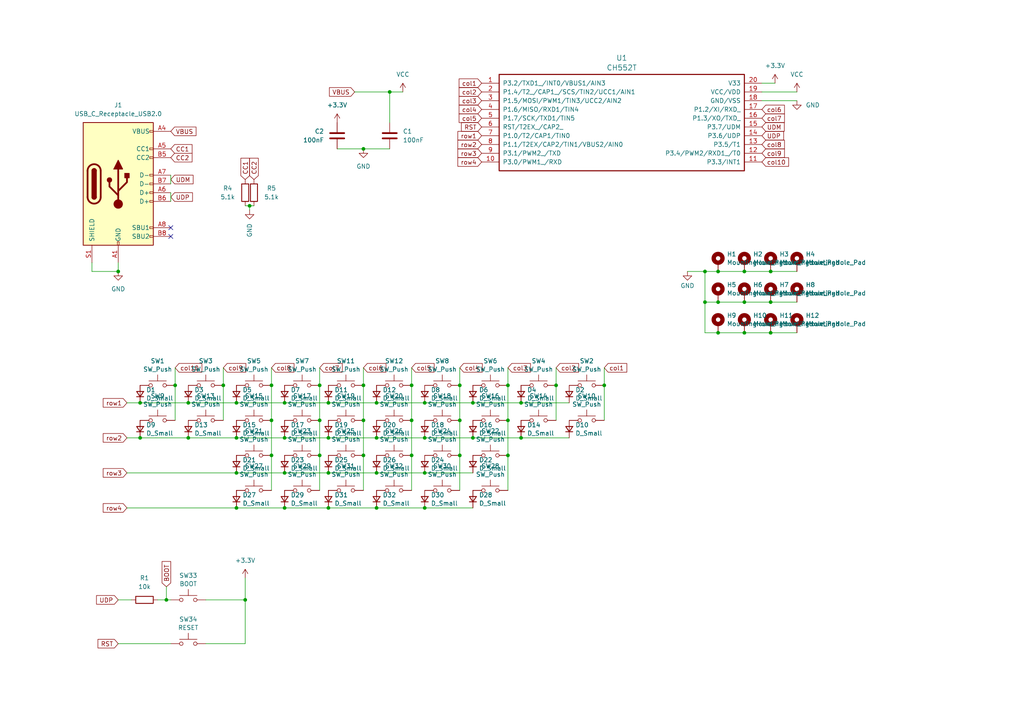
<source format=kicad_sch>
(kicad_sch (version 20231120) (generator "eeschema") (generator_version "8.0")
  (paper "A4")
  (lib_symbols
    (symbol "Connector:USB_C_Receptacle_USB2.0" (pin_names (offset 1.016))
      (property "Reference" "J" (at -10.16 19.05 0))
      (property "Value" "USB_C_Receptacle_USB2.0" (at 19.05 19.05 0))
      (symbol "USB_C_Receptacle_USB2.0_0_0"
        (rectangle (start -0.254 -17.78) (end 0.254 -16.764))
        (rectangle (start 10.16 -14.986) (end 9.144 -15.494))
        (rectangle (start 10.16 -12.446) (end 9.144 -12.954))
        (rectangle (start 10.16 -4.826) (end 9.144 -5.334))
        (rectangle (start 10.16 -2.286) (end 9.144 -2.794))
        (rectangle (start 10.16 0.254) (end 9.144 -0.254))
        (rectangle (start 10.16 2.794) (end 9.144 2.286))
        (rectangle (start 10.16 7.874) (end 9.144 7.366))
        (rectangle (start 10.16 10.414) (end 9.144 9.906))
        (rectangle (start 10.16 15.494) (end 9.144 14.986))
      )
      (symbol "USB_C_Receptacle_USB2.0_0_1"
        (rectangle (start -10.16 17.78) (end 10.16 -17.78) (stroke (width 0.254)) (fill (type background)))
        (arc (start -8.89 -3.81) (mid -6.985 -5.7067) (end -5.08 -3.81) (stroke (width 0.508)))
        (arc (start -7.62 -3.81) (mid -6.985 -4.4423) (end -6.35 -3.81) (stroke (width 0.254)))
        (arc (start -7.62 -3.81) (mid -6.985 -4.4423) (end -6.35 -3.81) (stroke (width 0.254)) (fill (type outline)))
        (rectangle (start -7.62 -3.81) (end -6.35 3.81) (stroke (width 0.254)) (fill (type outline)))
        (arc (start -6.35 3.81) (mid -6.985 4.4423) (end -7.62 3.81) (stroke (width 0.254)))
        (arc (start -6.35 3.81) (mid -6.985 4.4423) (end -7.62 3.81) (stroke (width 0.254)) (fill (type outline)))
        (arc (start -5.08 3.81) (mid -6.985 5.7067) (end -8.89 3.81) (stroke (width 0.508)))
        (circle (center -2.54 1.143) (radius 0.635) (stroke (width 0.254)) (fill (type outline)))
        (circle (center 0 -5.842) (radius 1.27) (fill (type outline)))
        (polyline (pts (xy -8.89 -3.81) (xy -8.89 3.81)) (stroke (width 0.508)))
        (polyline (pts (xy -5.08 3.81) (xy -5.08 -3.81)) (stroke (width 0.508)))
        (polyline (pts (xy 0 -5.842) (xy 0 4.318)) (stroke (width 0.508)))
        (polyline (pts (xy 0 -3.302) (xy -2.54 -0.762) (xy -2.54 0.508)) (stroke (width 0.508)))
        (polyline (pts (xy 0 -2.032) (xy 2.54 0.508) (xy 2.54 1.778)) (stroke (width 0.508)))
        (polyline (pts (xy -1.27 4.318) (xy 0 6.858) (xy 1.27 4.318) (xy -1.27 4.318)) (stroke (width 0.254)) (fill (type outline)))
        (rectangle (start 1.905 1.778) (end 3.175 3.048) (stroke (width 0.254)) (fill (type outline)))
      )
      (symbol "USB_C_Receptacle_USB2.0_1_1"
        (pin passive line (at 0 -22.86 90) (length 5.08) (name "GND") (number "A1"))
        (pin passive line (at 0 -22.86 90) (length 5.08) hide (name "GND") (number "A12"))
        (pin passive line (at 15.24 15.24 180) (length 5.08) (name "VBUS") (number "A4"))
        (pin bidirectional line (at 15.24 10.16 180) (length 5.08) (name "CC1") (number "A5"))
        (pin bidirectional line (at 15.24 -2.54 180) (length 5.08) (name "D+") (number "A6"))
        (pin bidirectional line (at 15.24 2.54 180) (length 5.08) (name "D-") (number "A7"))
        (pin bidirectional line (at 15.24 -12.7 180) (length 5.08) (name "SBU1") (number "A8"))
        (pin passive line (at 15.24 15.24 180) (length 5.08) hide (name "VBUS") (number "A9"))
        (pin passive line (at 0 -22.86 90) (length 5.08) hide (name "GND") (number "B1"))
        (pin passive line (at 0 -22.86 90) (length 5.08) hide (name "GND") (number "B12"))
        (pin passive line (at 15.24 15.24 180) (length 5.08) hide (name "VBUS") (number "B4"))
        (pin bidirectional line (at 15.24 7.62 180) (length 5.08) (name "CC2") (number "B5"))
        (pin bidirectional line (at 15.24 -5.08 180) (length 5.08) (name "D+") (number "B6"))
        (pin bidirectional line (at 15.24 0 180) (length 5.08) (name "D-") (number "B7"))
        (pin bidirectional line (at 15.24 -15.24 180) (length 5.08) (name "SBU2") (number "B8"))
        (pin passive line (at 15.24 15.24 180) (length 5.08) hide (name "VBUS") (number "B9"))
        (pin passive line (at -7.62 -22.86 90) (length 5.08) (name "SHIELD") (number "S1"))
      )
    )
    (symbol "Device:C" (pin_numbers hide) (pin_names (offset 0.254))
      (property "Reference" "C" (at 0.635 2.54 0))
      (property "Value" "C" (at 0.635 -2.54 0))
      (symbol "C_0_1"
        (polyline (pts (xy -2.032 -0.762) (xy 2.032 -0.762)) (stroke (width 0.508)))
        (polyline (pts (xy -2.032 0.762) (xy 2.032 0.762)) (stroke (width 0.508)))
      )
      (symbol "C_1_1"
        (pin passive line (at 0 3.81 270) (length 2.794) (name "~") (number "1"))
        (pin passive line (at 0 -3.81 90) (length 2.794) (name "~") (number "2"))
      )
    )
    (symbol "Device:D_Small" (pin_numbers hide) (pin_names (offset 0.254) hide)
      (property "Reference" "D" (at -1.27 2.032 0))
      (property "Value" "D_Small" (at -3.81 -2.032 0))
      (symbol "D_Small_0_1"
        (polyline (pts (xy -0.762 -1.016) (xy -0.762 1.016)) (stroke (width 0.254)))
        (polyline (pts (xy -0.762 0) (xy 0.762 0)))
        (polyline (pts (xy 0.762 -1.016) (xy -0.762 0) (xy 0.762 1.016) (xy 0.762 -1.016)) (stroke (width 0.254)))
      )
      (symbol "D_Small_1_1"
        (pin passive line (at -2.54 0 0) (length 1.778) (name "K") (number "1"))
        (pin passive line (at 2.54 0 180) (length 1.778) (name "A") (number "2"))
      )
    )
    (symbol "Device:R" (pin_numbers hide) (pin_names (offset 0))
      (property "Reference" "R" (at 2.032 0 90))
      (property "Value" "R" (at 0 0 90))
      (symbol "R_0_1"
        (rectangle (start -1.016 -2.54) (end 1.016 2.54) (stroke (width 0.254)))
      )
      (symbol "R_1_1"
        (pin passive line (at 0 3.81 270) (length 1.27) (name "~") (number "1"))
        (pin passive line (at 0 -3.81 90) (length 1.27) (name "~") (number "2"))
      )
    )
    (symbol "Mechanical:MountingHole_Pad" (pin_numbers hide) (pin_names (offset 1.016) hide)
      (property "Reference" "H" (at 0 6.35 0))
      (property "Value" "MountingHole_Pad" (at 0 4.445 0))
      (symbol "MountingHole_Pad_0_1"
        (circle (center 0 1.27) (radius 1.27) (stroke (width 1.27)))
      )
      (symbol "MountingHole_Pad_1_1"
        (pin input line (at 0 -2.54 90) (length 2.54) (name "1") (number "1"))
      )
    )
    (symbol "Switch:SW_Push" (pin_numbers hide) (pin_names (offset 1.016) hide)
      (property "Reference" "SW" (at 1.27 2.54 0))
      (property "Value" "SW_Push" (at 0 -1.524 0))
      (symbol "SW_Push_0_1"
        (circle (center -2.032 0) (radius 0.508))
        (polyline (pts (xy 0 1.27) (xy 0 3.048)))
        (polyline (pts (xy 2.54 1.27) (xy -2.54 1.27)))
        (circle (center 2.032 0) (radius 0.508))
        (pin passive line (at -5.08 0 0) (length 2.54) (name "1") (number "1"))
        (pin passive line (at 5.08 0 180) (length 2.54) (name "2") (number "2"))
      )
    )
    (symbol "power:+3.3V" (power) (pin_names (offset 0))
      (property "Value" "+3.3V" (at 0 3.556 0))
      (symbol "+3.3V_0_1"
        (polyline (pts (xy -0.762 1.27) (xy 0 2.54)))
        (polyline (pts (xy 0 0) (xy 0 2.54)))
        (polyline (pts (xy 0 2.54) (xy 0.762 1.27)))
      )
      (symbol "+3.3V_1_1"
        (pin power_in line (at 0 0 90) (length 0) hide (name "+3.3V") (number "1"))
      )
    )
    (symbol "power:GND" (power) (pin_names (offset 0))
      (property "Value" "GND" (at 0 -3.81 0))
      (symbol "GND_0_1"
        (polyline (pts (xy 0 0) (xy 0 -1.27) (xy 1.27 -1.27) (xy 0 -2.54) (xy -1.27 -1.27) (xy 0 -1.27)))
      )
      (symbol "GND_1_1"
        (pin power_in line (at 0 0 270) (length 0) hide (name "GND") (number "1"))
      )
    )
    (symbol "power:VCC" (power) (pin_names (offset 0))
      (property "Value" "VCC" (at 0 3.81 0))
      (symbol "VCC_0_1"
        (polyline (pts (xy -0.762 1.27) (xy 0 2.54)))
        (polyline (pts (xy 0 0) (xy 0 2.54)))
        (polyline (pts (xy 0 2.54) (xy 0.762 1.27)))
      )
      (symbol "VCC_1_1"
        (pin power_in line (at 0 0 90) (length 0) hide (name "VCC") (number "1"))
      )
    )
    (symbol "wch:CH552T" (pin_names (offset 1.016))
      (property "Reference" "U" (at 5.08 6.35 0))
      (property "Value" "CH552T" (at 5.08 3.81 0))
      (symbol "CH552T_1_1"
        (rectangle (start 5.08 2.54) (end 76.2 -25.4) (stroke (width 0.3048)))
        (pin bidirectional line (at 0 0 0) (length 5.08) (name "P3.2/TXD1_/INT0/VBUS1/AIN3") (number "1"))
        (pin bidirectional line (at 0 -22.86 0) (length 5.08) (name "P3.0/PWM1_/RXD") (number "10"))
        (pin bidirectional line (at 81.28 -22.86 180) (length 5.08) (name "P3.3/INT1") (number "11"))
        (pin bidirectional line (at 81.28 -20.32 180) (length 5.08) (name "P3.4/PWM2/RXD1_/T0") (number "12"))
        (pin bidirectional line (at 81.28 -17.78 180) (length 5.08) (name "P3.5/T1") (number "13"))
        (pin bidirectional line (at 81.28 -15.24 180) (length 5.08) (name "P3.6/UDP") (number "14"))
        (pin bidirectional line (at 81.28 -12.7 180) (length 5.08) (name "P3.7/UDM") (number "15"))
        (pin bidirectional line (at 81.28 -10.16 180) (length 5.08) (name "P1.3/XO/TXD_") (number "16"))
        (pin bidirectional line (at 81.28 -7.62 180) (length 5.08) (name "P1.2/XI/RXD_") (number "17"))
        (pin power_in line (at 81.28 -5.08 180) (length 5.08) (name "GND/VSS") (number "18"))
        (pin power_in line (at 81.28 -2.54 180) (length 5.08) (name "VCC/VDD") (number "19"))
        (pin bidirectional line (at 0 -2.54 0) (length 5.08) (name "P1.4/T2_/CAP1_/SCS/TIN2/UCC1/AIN1") (number "2"))
        (pin power_in line (at 81.28 0 180) (length 5.08) (name "V33") (number "20"))
        (pin bidirectional line (at 0 -5.08 0) (length 5.08) (name "P1.5/MOSI/PWM1/TIN3/UCC2/AIN2") (number "3"))
        (pin bidirectional line (at 0 -7.62 0) (length 5.08) (name "P1.6/MISO/RXD1/TIN4") (number "4"))
        (pin bidirectional line (at 0 -10.16 0) (length 5.08) (name "P1.7/SCK/TXD1/TIN5") (number "5"))
        (pin bidirectional line (at 0 -12.7 0) (length 5.08) (name "RST/T2EX_/CAP2_") (number "6"))
        (pin bidirectional line (at 0 -15.24 0) (length 5.08) (name "P1.0/T2/CAP1/TIN0") (number "7"))
        (pin bidirectional line (at 0 -17.78 0) (length 5.08) (name "P1.1/T2EX/CAP2/TIN1/VBUS2/AIN0") (number "8"))
        (pin bidirectional line (at 0 -20.32 0) (length 5.08) (name "P3.1/PWM2_/TXD") (number "9"))
      )
    )
  )
  (junction (at 105.41 111.76))
  (junction (at 137.16 127))
  (junction (at 92.71 111.76))
  (junction (at 123.19 147.32))
  (junction (at 109.22 147.32))
  (junction (at 223.52 96.52))
  (junction (at 109.22 116.84))
  (junction (at 92.71 121.92))
  (junction (at 78.74 132.08))
  (junction (at 50.8 111.76))
  (junction (at 204.47 87.63))
  (junction (at 68.58 116.84))
  (junction (at 95.25 116.84))
  (junction (at 82.55 127))
  (junction (at 68.58 127))
  (junction (at 175.26 111.76))
  (junction (at 82.55 116.84))
  (junction (at 78.74 121.92))
  (junction (at 64.77 111.76))
  (junction (at 113.03 26.67))
  (junction (at 123.19 127))
  (junction (at 109.22 127))
  (junction (at 119.38 132.08))
  (junction (at 105.41 121.92))
  (junction (at 208.28 78.74))
  (junction (at 68.58 137.16))
  (junction (at 71.12 173.99))
  (junction (at 40.64 127))
  (junction (at 133.35 132.08))
  (junction (at 105.41 43.18))
  (junction (at 204.47 78.74))
  (junction (at 223.52 78.74))
  (junction (at 123.19 137.16))
  (junction (at 137.16 116.84))
  (junction (at 72.39 59.69))
  (junction (at 48.26 173.99))
  (junction (at 215.9 78.74))
  (junction (at 147.32 121.92))
  (junction (at 208.28 87.63))
  (junction (at 95.25 137.16))
  (junction (at 208.28 96.52))
  (junction (at 215.9 96.52))
  (junction (at 147.32 132.08))
  (junction (at 133.35 111.76))
  (junction (at 133.35 121.92))
  (junction (at 223.52 87.63))
  (junction (at 95.25 147.32))
  (junction (at 54.61 127))
  (junction (at 95.25 127))
  (junction (at 215.9 87.63))
  (junction (at 151.13 116.84))
  (junction (at 92.71 132.08))
  (junction (at 109.22 137.16))
  (junction (at 82.55 147.32))
  (junction (at 147.32 111.76))
  (junction (at 119.38 121.92))
  (junction (at 34.29 78.74))
  (junction (at 151.13 127))
  (junction (at 54.61 116.84))
  (junction (at 123.19 116.84))
  (junction (at 40.64 116.84))
  (junction (at 68.58 147.32))
  (junction (at 119.38 111.76))
  (junction (at 105.41 132.08))
  (junction (at 161.29 111.76))
  (junction (at 82.55 137.16))
  (junction (at 78.74 111.76))
  (no_connect (at 49.53 68.58))
  (no_connect (at 49.53 66.04))
  (wire (pts (xy 40.64 116.84) (xy 54.61 116.84)))
  (wire (pts (xy 133.35 111.76) (xy 133.35 121.92)))
  (wire (pts (xy 161.29 111.76) (xy 161.29 121.92)))
  (wire (pts (xy 95.25 116.84) (xy 109.22 116.84)))
  (wire (pts (xy 92.71 132.08) (xy 92.71 142.24)))
  (wire (pts (xy 133.35 106.68) (xy 133.35 111.76)))
  (wire (pts (xy 26.67 76.2) (xy 26.67 78.74)))
  (wire (pts (xy 220.98 24.13) (xy 224.79 24.13)))
  (wire (pts (xy 82.55 127) (xy 95.25 127)))
  (wire (pts (xy 147.32 106.68) (xy 147.32 111.76)))
  (wire (pts (xy 161.29 106.68) (xy 161.29 111.76)))
  (wire (pts (xy 113.03 26.67) (xy 113.03 35.56)))
  (wire (pts (xy 49.53 50.8) (xy 49.53 53.34)))
  (wire (pts (xy 36.83 127) (xy 40.64 127)))
  (wire (pts (xy 59.69 173.99) (xy 71.12 173.99)))
  (wire (pts (xy 71.12 186.69) (xy 59.69 186.69)))
  (wire (pts (xy 204.47 96.52) (xy 208.28 96.52)))
  (wire (pts (xy 119.38 111.76) (xy 119.38 121.92)))
  (wire (pts (xy 223.52 96.52) (xy 231.14 96.52)))
  (wire (pts (xy 68.58 147.32) (xy 82.55 147.32)))
  (wire (pts (xy 199.39 78.74) (xy 204.47 78.74)))
  (wire (pts (xy 231.14 78.74) (xy 223.52 78.74)))
  (wire (pts (xy 95.25 127) (xy 109.22 127)))
  (wire (pts (xy 82.55 147.32) (xy 95.25 147.32)))
  (wire (pts (xy 204.47 87.63) (xy 208.28 87.63)))
  (wire (pts (xy 147.32 132.08) (xy 147.32 142.24)))
  (wire (pts (xy 223.52 87.63) (xy 231.14 87.63)))
  (wire (pts (xy 151.13 127) (xy 165.1 127)))
  (wire (pts (xy 40.64 127) (xy 54.61 127)))
  (wire (pts (xy 231.14 29.21) (xy 220.98 29.21)))
  (wire (pts (xy 92.71 106.68) (xy 92.71 111.76)))
  (wire (pts (xy 26.67 78.74) (xy 34.29 78.74)))
  (wire (pts (xy 49.53 55.88) (xy 49.53 58.42)))
  (wire (pts (xy 204.47 87.63) (xy 204.47 96.52)))
  (wire (pts (xy 220.98 26.67) (xy 231.14 26.67)))
  (wire (pts (xy 82.55 116.84) (xy 95.25 116.84)))
  (wire (pts (xy 54.61 127) (xy 68.58 127)))
  (wire (pts (xy 78.74 111.76) (xy 78.74 121.92)))
  (wire (pts (xy 137.16 127) (xy 151.13 127)))
  (wire (pts (xy 123.19 116.84) (xy 137.16 116.84)))
  (wire (pts (xy 50.8 106.68) (xy 50.8 111.76)))
  (wire (pts (xy 147.32 111.76) (xy 147.32 121.92)))
  (wire (pts (xy 119.38 106.68) (xy 119.38 111.76)))
  (wire (pts (xy 102.87 26.67) (xy 113.03 26.67)))
  (wire (pts (xy 36.83 147.32) (xy 68.58 147.32)))
  (wire (pts (xy 105.41 132.08) (xy 105.41 142.24)))
  (wire (pts (xy 175.26 106.68) (xy 175.26 111.76)))
  (wire (pts (xy 109.22 137.16) (xy 123.19 137.16)))
  (wire (pts (xy 123.19 127) (xy 137.16 127)))
  (wire (pts (xy 45.72 173.99) (xy 48.26 173.99)))
  (wire (pts (xy 123.19 147.32) (xy 137.16 147.32)))
  (wire (pts (xy 36.83 137.16) (xy 68.58 137.16)))
  (wire (pts (xy 133.35 132.08) (xy 133.35 142.24)))
  (wire (pts (xy 105.41 121.92) (xy 105.41 132.08)))
  (wire (pts (xy 68.58 137.16) (xy 82.55 137.16)))
  (wire (pts (xy 71.12 173.99) (xy 71.12 186.69)))
  (wire (pts (xy 95.25 137.16) (xy 109.22 137.16)))
  (wire (pts (xy 34.29 173.99) (xy 38.1 173.99)))
  (wire (pts (xy 119.38 121.92) (xy 119.38 132.08)))
  (wire (pts (xy 72.39 59.69) (xy 73.66 59.69)))
  (wire (pts (xy 208.28 87.63) (xy 215.9 87.63)))
  (wire (pts (xy 133.35 121.92) (xy 133.35 132.08)))
  (wire (pts (xy 64.77 106.68) (xy 64.77 111.76)))
  (wire (pts (xy 109.22 127) (xy 123.19 127)))
  (wire (pts (xy 48.26 173.99) (xy 49.53 173.99)))
  (wire (pts (xy 119.38 132.08) (xy 119.38 142.24)))
  (wire (pts (xy 72.39 59.69) (xy 72.39 60.96)))
  (wire (pts (xy 97.79 43.18) (xy 105.41 43.18)))
  (wire (pts (xy 215.9 96.52) (xy 223.52 96.52)))
  (wire (pts (xy 208.28 78.74) (xy 204.47 78.74)))
  (wire (pts (xy 78.74 106.68) (xy 78.74 111.76)))
  (wire (pts (xy 215.9 87.63) (xy 223.52 87.63)))
  (wire (pts (xy 50.8 111.76) (xy 50.8 121.92)))
  (wire (pts (xy 137.16 116.84) (xy 151.13 116.84)))
  (wire (pts (xy 208.28 96.52) (xy 215.9 96.52)))
  (wire (pts (xy 78.74 121.92) (xy 78.74 132.08)))
  (wire (pts (xy 68.58 116.84) (xy 82.55 116.84)))
  (wire (pts (xy 113.03 26.67) (xy 116.84 26.67)))
  (wire (pts (xy 71.12 59.69) (xy 72.39 59.69)))
  (wire (pts (xy 123.19 137.16) (xy 137.16 137.16)))
  (wire (pts (xy 105.41 43.18) (xy 113.03 43.18)))
  (wire (pts (xy 71.12 167.64) (xy 71.12 173.99)))
  (wire (pts (xy 223.52 78.74) (xy 215.9 78.74)))
  (wire (pts (xy 54.61 116.84) (xy 68.58 116.84)))
  (wire (pts (xy 105.41 111.76) (xy 105.41 121.92)))
  (wire (pts (xy 109.22 116.84) (xy 123.19 116.84)))
  (wire (pts (xy 48.26 170.18) (xy 48.26 173.99)))
  (wire (pts (xy 109.22 147.32) (xy 123.19 147.32)))
  (wire (pts (xy 36.83 116.84) (xy 40.64 116.84)))
  (wire (pts (xy 147.32 121.92) (xy 147.32 132.08)))
  (wire (pts (xy 68.58 127) (xy 82.55 127)))
  (wire (pts (xy 95.25 147.32) (xy 109.22 147.32)))
  (wire (pts (xy 175.26 111.76) (xy 175.26 121.92)))
  (wire (pts (xy 151.13 116.84) (xy 165.1 116.84)))
  (wire (pts (xy 92.71 121.92) (xy 92.71 132.08)))
  (wire (pts (xy 105.41 106.68) (xy 105.41 111.76)))
  (wire (pts (xy 34.29 186.69) (xy 49.53 186.69)))
  (wire (pts (xy 34.29 76.2) (xy 34.29 78.74)))
  (wire (pts (xy 215.9 78.74) (xy 208.28 78.74)))
  (wire (pts (xy 78.74 132.08) (xy 78.74 142.24)))
  (wire (pts (xy 204.47 78.74) (xy 204.47 87.63)))
  (wire (pts (xy 64.77 111.76) (xy 64.77 121.92)))
  (wire (pts (xy 92.71 111.76) (xy 92.71 121.92)))
  (wire (pts (xy 82.55 137.16) (xy 95.25 137.16)))
  (global_label "col7" (shape input) (at 92.71 106.68 0) (property "Intersheetrefs" "${INTERSHEET_REFS}" (effects (hide yes))))
  (global_label "col10" (shape input) (at 50.8 106.68 0) (property "Intersheetrefs" "${INTERSHEET_REFS}" (effects (hide yes))))
  (global_label "row2" (shape input) (at 36.83 127 180) (property "Intersheetrefs" "${INTERSHEET_REFS}" (effects (hide yes))))
  (global_label "CC1" (shape input) (at 49.53 43.18 0) (property "Intersheetrefs" "${INTERSHEET_REFS}" (effects (hide yes))))
  (global_label "col8" (shape input) (at 78.74 106.68 0) (property "Intersheetrefs" "${INTERSHEET_REFS}" (effects (hide yes))))
  (global_label "col2" (shape input) (at 161.29 106.68 0) (property "Intersheetrefs" "${INTERSHEET_REFS}" (effects (hide yes))))
  (global_label "row1" (shape input) (at 139.7 39.37 180) (property "Intersheetrefs" "${INTERSHEET_REFS}" (effects (hide yes))))
  (global_label "UDP" (shape input) (at 220.98 39.37 0) (property "Intersheetrefs" "${INTERSHEET_REFS}" (effects (hide yes))))
  (global_label "col4" (shape input) (at 139.7 31.75 180) (property "Intersheetrefs" "${INTERSHEET_REFS}" (effects (hide yes))))
  (global_label "col1" (shape input) (at 139.7 24.13 180) (property "Intersheetrefs" "${INTERSHEET_REFS}" (effects (hide yes))))
  (global_label "UDM" (shape input) (at 220.98 36.83 0) (property "Intersheetrefs" "${INTERSHEET_REFS}" (effects (hide yes))))
  (global_label "col6" (shape input) (at 105.41 106.68 0) (property "Intersheetrefs" "${INTERSHEET_REFS}" (effects (hide yes))))
  (global_label "CC2" (shape input) (at 49.53 45.72 0) (property "Intersheetrefs" "${INTERSHEET_REFS}" (effects (hide yes))))
  (global_label "UDP" (shape input) (at 49.53 57.15 0) (property "Intersheetrefs" "${INTERSHEET_REFS}" (effects (hide yes))))
  (global_label "CC1" (shape input) (at 71.12 52.07 90) (property "Intersheetrefs" "${INTERSHEET_REFS}" (effects (hide yes))))
  (global_label "col7" (shape input) (at 220.98 34.29 0) (property "Intersheetrefs" "${INTERSHEET_REFS}" (effects (hide yes))))
  (global_label "col3" (shape input) (at 139.7 29.21 180) (property "Intersheetrefs" "${INTERSHEET_REFS}" (effects (hide yes))))
  (global_label "col2" (shape input) (at 139.7 26.67 180) (property "Intersheetrefs" "${INTERSHEET_REFS}" (effects (hide yes))))
  (global_label "col5" (shape input) (at 139.7 34.29 180) (property "Intersheetrefs" "${INTERSHEET_REFS}" (effects (hide yes))))
  (global_label "UDP" (shape input) (at 34.29 173.99 180) (property "Intersheetrefs" "${INTERSHEET_REFS}" (effects (hide yes))))
  (global_label "col9" (shape input) (at 64.77 106.68 0) (property "Intersheetrefs" "${INTERSHEET_REFS}" (effects (hide yes))))
  (global_label "VBUS" (shape input) (at 102.87 26.67 180) (property "Intersheetrefs" "${INTERSHEET_REFS}" (effects (hide yes))))
  (global_label "col9" (shape input) (at 220.98 44.45 0) (property "Intersheetrefs" "${INTERSHEET_REFS}" (effects (hide yes))))
  (global_label "row2" (shape input) (at 139.7 41.91 180) (property "Intersheetrefs" "${INTERSHEET_REFS}" (effects (hide yes))))
  (global_label "VBUS" (shape input) (at 49.53 38.1 0) (property "Intersheetrefs" "${INTERSHEET_REFS}" (effects (hide yes))))
  (global_label "row3" (shape input) (at 139.7 44.45 180) (property "Intersheetrefs" "${INTERSHEET_REFS}" (effects (hide yes))))
  (global_label "col10" (shape input) (at 220.98 46.99 0) (property "Intersheetrefs" "${INTERSHEET_REFS}" (effects (hide yes))))
  (global_label "BOOT" (shape input) (at 48.26 170.18 90) (property "Intersheetrefs" "${INTERSHEET_REFS}" (effects (hide yes))))
  (global_label "row4" (shape input) (at 139.7 46.99 180) (property "Intersheetrefs" "${INTERSHEET_REFS}" (effects (hide yes))))
  (global_label "col8" (shape input) (at 220.98 41.91 0) (property "Intersheetrefs" "${INTERSHEET_REFS}" (effects (hide yes))))
  (global_label "row4" (shape input) (at 36.83 147.32 180) (property "Intersheetrefs" "${INTERSHEET_REFS}" (effects (hide yes))))
  (global_label "col4" (shape input) (at 133.35 106.68 0) (property "Intersheetrefs" "${INTERSHEET_REFS}" (effects (hide yes))))
  (global_label "RST" (shape input) (at 139.7 36.83 180) (property "Intersheetrefs" "${INTERSHEET_REFS}" (effects (hide yes))))
  (global_label "row3" (shape input) (at 36.83 137.16 180) (property "Intersheetrefs" "${INTERSHEET_REFS}" (effects (hide yes))))
  (global_label "UDM" (shape input) (at 49.53 52.07 0) (property "Intersheetrefs" "${INTERSHEET_REFS}" (effects (hide yes))))
  (global_label "col1" (shape input) (at 175.26 106.68 0) (property "Intersheetrefs" "${INTERSHEET_REFS}" (effects (hide yes))))
  (global_label "CC2" (shape input) (at 73.66 52.07 90) (property "Intersheetrefs" "${INTERSHEET_REFS}" (effects (hide yes))))
  (global_label "RST" (shape input) (at 34.29 186.69 180) (property "Intersheetrefs" "${INTERSHEET_REFS}" (effects (hide yes))))
  (global_label "col5" (shape input) (at 119.38 106.68 0) (property "Intersheetrefs" "${INTERSHEET_REFS}" (effects (hide yes))))
  (global_label "col3" (shape input) (at 147.32 106.68 0) (property "Intersheetrefs" "${INTERSHEET_REFS}" (effects (hide yes))))
  (global_label "row1" (shape input) (at 36.83 116.84 180) (property "Intersheetrefs" "${INTERSHEET_REFS}" (effects (hide yes))))
  (global_label "col6" (shape input) (at 220.98 31.75 0) (property "Intersheetrefs" "${INTERSHEET_REFS}" (effects (hide yes))))
  (symbol (lib_id "Switch:SW_Push") (at 100.33 132.08 0) (unit 1)
    (property "Reference" "SW25" (at 100.33 125.0147 0))
    (property "Value" "SW_Push" (at 100.33 127.4389 0))
    (property "Footprint" "keyswitches:SW_PG1350" (effects (hide yes)))
  )
  (symbol (lib_id "power:+3.3V") (at 97.79 35.56 0) (mirror y) (unit 1)
    (property "Reference" "#PWR06" (effects (hide yes)))
    (property "Value" "+3.3V" (at 97.79 30.48 0))
  )
  (symbol (lib_id "Switch:SW_Push") (at 87.63 142.24 0) (unit 1)
    (property "Reference" "SW29" (at 87.63 135.1747 0))
    (property "Value" "SW_Push" (at 87.63 137.5989 0))
    (property "Footprint" "keyswitches:SW_PG1350" (effects (hide yes)))
  )
  (symbol (lib_id "Switch:SW_Push") (at 73.66 121.92 0) (unit 1)
    (property "Reference" "SW15" (at 73.66 114.8547 0))
    (property "Value" "SW_Push" (at 73.66 117.2789 0))
    (property "Footprint" "keyswitches:SW_PG1350" (effects (hide yes)))
  )
  (symbol (lib_id "Device:D_Small") (at 68.58 124.46 90) (unit 1)
    (property "Reference" "D15" (at 70.358 123.2479 90) (effects (justify right)))
    (property "Value" "D_Small" (at 70.358 125.6721 90) (effects (justify right)))
    (property "Footprint" "Diode_SMD:D_SOD-323" (effects (hide yes)))
    (property "Sim.Device" "D" (effects (hide yes)))
    (property "Sim.Pins" "1=K 2=A" (effects (hide yes)))
  )
  (symbol (lib_id "Device:D_Small") (at 68.58 134.62 90) (unit 1)
    (property "Reference" "D21" (at 70.358 133.4079 90) (effects (justify right)))
    (property "Value" "D_Small" (at 70.358 135.8321 90) (effects (justify right)))
    (property "Footprint" "Diode_SMD:D_SOD-323" (effects (hide yes)))
    (property "Sim.Device" "D" (effects (hide yes)))
    (property "Sim.Pins" "1=K 2=A" (effects (hide yes)))
  )
  (symbol (lib_id "Device:D_Small") (at 109.22 134.62 90) (unit 1)
    (property "Reference" "D26" (at 110.998 133.4079 90) (effects (justify right)))
    (property "Value" "D_Small" (at 110.998 135.8321 90) (effects (justify right)))
    (property "Footprint" "Diode_SMD:D_SOD-323" (effects (hide yes)))
    (property "Sim.Device" "D" (effects (hide yes)))
    (property "Sim.Pins" "1=K 2=A" (effects (hide yes)))
  )
  (symbol (lib_id "Device:R") (at 73.66 55.88 0) (mirror y) (unit 1)
    (property "Reference" "R5" (at 78.74 54.61 0))
    (property "Value" "5.1k" (at 78.74 57.15 0))
    (property "Footprint" "Resistor_SMD:R_0402_1005Metric" (effects (hide yes)))
    (property "LCSC" "C25905" (effects (hide yes)))
  )
  (symbol (lib_id "Device:D_Small") (at 165.1 124.46 90) (unit 1)
    (property "Reference" "D10" (at 166.878 123.2479 90) (effects (justify right)))
    (property "Value" "D_Small" (at 166.878 125.6721 90) (effects (justify right)))
    (property "Footprint" "Diode_SMD:D_SOD-323" (effects (hide yes)))
    (property "Sim.Device" "D" (effects (hide yes)))
    (property "Sim.Pins" "1=K 2=A" (effects (hide yes)))
  )
  (symbol (lib_id "Mechanical:MountingHole_Pad") (at 231.14 93.98 0) (unit 1)
    (property "Reference" "H12" (at 233.68 91.4979 0) (effects (justify left)))
    (property "Value" "MountingHole_Pad" (at 233.68 93.9221 0) (effects (justify left)))
    (property "Footprint" "userlib:SMTSO-M1.6" (effects (hide yes)))
  )
  (symbol (lib_id "Device:D_Small") (at 82.55 114.3 90) (unit 1)
    (property "Reference" "D7" (at 84.328 113.0879 90) (effects (justify right)))
    (property "Value" "D_Small" (at 84.328 115.5121 90) (effects (justify right)))
    (property "Footprint" "Diode_SMD:D_SOD-323" (effects (hide yes)))
    (property "Sim.Device" "D" (effects (hide yes)))
    (property "Sim.Pins" "1=K 2=A" (effects (hide yes)))
  )
  (symbol (lib_id "Switch:SW_Push") (at 59.69 111.76 0) (unit 1)
    (property "Reference" "SW3" (at 59.69 104.6947 0))
    (property "Value" "SW_Push" (at 59.69 107.1189 0))
    (property "Footprint" "keyswitches:SW_PG1350" (effects (hide yes)))
  )
  (symbol (lib_id "wch:CH552T") (at 139.7 24.13 0) (unit 1)
    (property "Reference" "U1" (at 180.34 16.8074 0) (effects (font (size 1.524 1.524))))
    (property "Value" "CH552T" (at 180.34 19.6402 0) (effects (font (size 1.524 1.524))))
    (property "Footprint" "Package_SO:TSSOP-20_4.4x6.5mm_P0.65mm" (effects (hide yes)))
    (property "Datasheet" "http://www.wch.cn/downloads/file/241.html" (effects (hide yes)))
  )
  (symbol (lib_id "Device:D_Small") (at 123.19 114.3 90) (unit 1)
    (property "Reference" "D8" (at 124.968 113.0879 90) (effects (justify right)))
    (property "Value" "D_Small" (at 124.968 115.5121 90) (effects (justify right)))
    (property "Footprint" "Diode_SMD:D_SOD-323" (effects (hide yes)))
    (property "Sim.Device" "D" (effects (hide yes)))
    (property "Sim.Pins" "1=K 2=A" (effects (hide yes)))
  )
  (symbol (lib_id "Switch:SW_Push") (at 128.27 121.92 0) (unit 1)
    (property "Reference" "SW18" (at 128.27 114.8547 0))
    (property "Value" "SW_Push" (at 128.27 117.2789 0))
    (property "Footprint" "keyswitches:SW_PG1350" (effects (hide yes)))
  )
  (symbol (lib_id "Device:D_Small") (at 151.13 114.3 90) (unit 1)
    (property "Reference" "D4" (at 152.908 113.0879 90) (effects (justify right)))
    (property "Value" "D_Small" (at 152.908 115.5121 90) (effects (justify right)))
    (property "Footprint" "Diode_SMD:D_SOD-323" (effects (hide yes)))
    (property "Sim.Device" "D" (effects (hide yes)))
    (property "Sim.Pins" "1=K 2=A" (effects (hide yes)))
  )
  (symbol (lib_id "Device:D_Small") (at 123.19 124.46 90) (unit 1)
    (property "Reference" "D18" (at 124.968 123.2479 90) (effects (justify right)))
    (property "Value" "D_Small" (at 124.968 125.6721 90) (effects (justify right)))
    (property "Footprint" "Diode_SMD:D_SOD-323" (effects (hide yes)))
    (property "Sim.Device" "D" (effects (hide yes)))
    (property "Sim.Pins" "1=K 2=A" (effects (hide yes)))
  )
  (symbol (lib_id "Switch:SW_Push") (at 87.63 111.76 0) (unit 1)
    (property "Reference" "SW7" (at 87.63 104.6947 0))
    (property "Value" "SW_Push" (at 87.63 107.1189 0))
    (property "Footprint" "keyswitches:SW_PG1350" (effects (hide yes)))
  )
  (symbol (lib_id "Device:D_Small") (at 54.61 114.3 90) (unit 1)
    (property "Reference" "D3" (at 56.388 113.0879 90) (effects (justify right)))
    (property "Value" "D_Small" (at 56.388 115.5121 90) (effects (justify right)))
    (property "Footprint" "Diode_SMD:D_SOD-323" (effects (hide yes)))
    (property "Sim.Device" "D" (effects (hide yes)))
    (property "Sim.Pins" "1=K 2=A" (effects (hide yes)))
  )
  (symbol (lib_id "Switch:SW_Push") (at 100.33 142.24 0) (unit 1)
    (property "Reference" "SW31" (at 100.33 135.1747 0))
    (property "Value" "SW_Push" (at 100.33 137.5989 0))
    (property "Footprint" "keyswitches:SW_PG1350" (effects (hide yes)))
  )
  (symbol (lib_id "Device:D_Small") (at 95.25 134.62 90) (unit 1)
    (property "Reference" "D25" (at 97.028 133.4079 90) (effects (justify right)))
    (property "Value" "D_Small" (at 97.028 135.8321 90) (effects (justify right)))
    (property "Footprint" "Diode_SMD:D_SOD-323" (effects (hide yes)))
    (property "Sim.Device" "D" (effects (hide yes)))
    (property "Sim.Pins" "1=K 2=A" (effects (hide yes)))
  )
  (symbol (lib_id "Switch:SW_Push") (at 114.3 142.24 0) (unit 1)
    (property "Reference" "SW32" (at 114.3 135.1747 0))
    (property "Value" "SW_Push" (at 114.3 137.5989 0))
    (property "Footprint" "keyswitches:SW_PG1350" (effects (hide yes)))
  )
  (symbol (lib_id "Switch:SW_Push") (at 114.3 111.76 0) (unit 1)
    (property "Reference" "SW12" (at 114.3 104.6947 0))
    (property "Value" "SW_Push" (at 114.3 107.1189 0))
    (property "Footprint" "keyswitches:SW_PG1350" (effects (hide yes)))
  )
  (symbol (lib_id "Device:D_Small") (at 95.25 114.3 90) (unit 1)
    (property "Reference" "D11" (at 97.028 113.0879 90) (effects (justify right)))
    (property "Value" "D_Small" (at 97.028 115.5121 90) (effects (justify right)))
    (property "Footprint" "Diode_SMD:D_SOD-323" (effects (hide yes)))
    (property "Sim.Device" "D" (effects (hide yes)))
    (property "Sim.Pins" "1=K 2=A" (effects (hide yes)))
  )
  (symbol (lib_id "Device:D_Small") (at 123.19 144.78 90) (unit 1)
    (property "Reference" "D30" (at 124.968 143.5679 90) (effects (justify right)))
    (property "Value" "D_Small" (at 124.968 145.9921 90) (effects (justify right)))
    (property "Footprint" "Diode_SMD:D_SOD-323" (effects (hide yes)))
    (property "Sim.Device" "D" (effects (hide yes)))
    (property "Sim.Pins" "1=K 2=A" (effects (hide yes)))
  )
  (symbol (lib_id "power:VCC") (at 231.14 26.67 0) (unit 1)
    (property "Reference" "#PWR05" (effects (hide yes)))
    (property "Value" "VCC" (at 231.14 21.59 0))
  )
  (symbol (lib_id "Device:D_Small") (at 109.22 114.3 90) (unit 1)
    (property "Reference" "D12" (at 110.998 113.0879 90) (effects (justify right)))
    (property "Value" "D_Small" (at 110.998 115.5121 90) (effects (justify right)))
    (property "Footprint" "Diode_SMD:D_SOD-323" (effects (hide yes)))
    (property "Sim.Device" "D" (effects (hide yes)))
    (property "Sim.Pins" "1=K 2=A" (effects (hide yes)))
  )
  (symbol (lib_id "Switch:SW_Push") (at 73.66 132.08 0) (unit 1)
    (property "Reference" "SW21" (at 73.66 125.0147 0))
    (property "Value" "SW_Push" (at 73.66 127.4389 0))
    (property "Footprint" "keyswitches:SW_PG1350" (effects (hide yes)))
  )
  (symbol (lib_id "Device:D_Small") (at 137.16 124.46 90) (unit 1)
    (property "Reference" "D16" (at 138.938 123.2479 90) (effects (justify right)))
    (property "Value" "D_Small" (at 138.938 125.6721 90) (effects (justify right)))
    (property "Footprint" "Diode_SMD:D_SOD-323" (effects (hide yes)))
    (property "Sim.Device" "D" (effects (hide yes)))
    (property "Sim.Pins" "1=K 2=A" (effects (hide yes)))
  )
  (symbol (lib_id "power:GND") (at 72.39 60.96 0) (mirror y) (unit 1)
    (property "Reference" "#PWR07" (effects (hide yes)))
    (property "Value" "GND" (at 72.39 64.77 90) (effects (justify right)))
  )
  (symbol (lib_id "Device:D_Small") (at 109.22 144.78 90) (unit 1)
    (property "Reference" "D32" (at 110.998 143.5679 90) (effects (justify right)))
    (property "Value" "D_Small" (at 110.998 145.9921 90) (effects (justify right)))
    (property "Footprint" "Diode_SMD:D_SOD-323" (effects (hide yes)))
    (property "Sim.Device" "D" (effects (hide yes)))
    (property "Sim.Pins" "1=K 2=A" (effects (hide yes)))
  )
  (symbol (lib_id "Mechanical:MountingHole_Pad") (at 208.28 85.09 0) (unit 1)
    (property "Reference" "H5" (at 210.82 82.6079 0) (effects (justify left)))
    (property "Value" "MountingHole_Pad" (at 210.82 85.0321 0) (effects (justify left)))
    (property "Footprint" "userlib:SMTSO-M1.6" (effects (hide yes)))
  )
  (symbol (lib_id "Device:D_Small") (at 123.19 134.62 90) (unit 1)
    (property "Reference" "D24" (at 124.968 133.4079 90) (effects (justify right)))
    (property "Value" "D_Small" (at 124.968 135.8321 90) (effects (justify right)))
    (property "Footprint" "Diode_SMD:D_SOD-323" (effects (hide yes)))
    (property "Sim.Device" "D" (effects (hide yes)))
    (property "Sim.Pins" "1=K 2=A" (effects (hide yes)))
  )
  (symbol (lib_id "Switch:SW_Push") (at 100.33 111.76 0) (unit 1)
    (property "Reference" "SW11" (at 100.33 104.6947 0))
    (property "Value" "SW_Push" (at 100.33 107.1189 0))
    (property "Footprint" "keyswitches:SW_PG1350" (effects (hide yes)))
  )
  (symbol (lib_id "Device:D_Small") (at 137.16 114.3 90) (unit 1)
    (property "Reference" "D6" (at 138.938 113.0879 90) (effects (justify right)))
    (property "Value" "D_Small" (at 138.938 115.5121 90) (effects (justify right)))
    (property "Footprint" "Diode_SMD:D_SOD-323" (effects (hide yes)))
    (property "Sim.Device" "D" (effects (hide yes)))
    (property "Sim.Pins" "1=K 2=A" (effects (hide yes)))
  )
  (symbol (lib_id "Switch:SW_Push") (at 156.21 111.76 0) (unit 1)
    (property "Reference" "SW4" (at 156.21 104.6947 0))
    (property "Value" "SW_Push" (at 156.21 107.1189 0))
    (property "Footprint" "keyswitches:SW_PG1350" (effects (hide yes)))
  )
  (symbol (lib_id "Switch:SW_Push") (at 54.61 186.69 0) (unit 1)
    (property "Reference" "SW34" (at 54.61 179.6247 0))
    (property "Value" "RESET" (at 54.61 182.0489 0))
    (property "Footprint" "Button_Switch_SMD:SW_SPST_SKQG_WithStem" (effects (hide yes)))
    (property "LCSC" "C115357" (effects (hide yes)))
  )
  (symbol (lib_id "Device:D_Small") (at 82.55 124.46 90) (unit 1)
    (property "Reference" "D17" (at 84.328 123.2479 90) (effects (justify right)))
    (property "Value" "D_Small" (at 84.328 125.6721 90) (effects (justify right)))
    (property "Footprint" "Diode_SMD:D_SOD-323" (effects (hide yes)))
    (property "Sim.Device" "D" (effects (hide yes)))
    (property "Sim.Pins" "1=K 2=A" (effects (hide yes)))
  )
  (symbol (lib_id "Device:D_Small") (at 68.58 144.78 90) (unit 1)
    (property "Reference" "D27" (at 70.358 143.5679 90) (effects (justify right)))
    (property "Value" "D_Small" (at 70.358 145.9921 90) (effects (justify right)))
    (property "Footprint" "Diode_SMD:D_SOD-323" (effects (hide yes)))
    (property "Sim.Device" "D" (effects (hide yes)))
    (property "Sim.Pins" "1=K 2=A" (effects (hide yes)))
  )
  (symbol (lib_id "Device:R") (at 41.91 173.99 90) (unit 1)
    (property "Reference" "R1" (at 41.91 167.64 90))
    (property "Value" "10k" (at 41.91 170.18 90))
    (property "Footprint" "Resistor_SMD:R_0402_1005Metric" (effects (hide yes)))
    (property "LCSC" "C25744" (effects (hide yes)))
  )
  (symbol (lib_id "Device:D_Small") (at 40.64 124.46 90) (unit 1)
    (property "Reference" "D9" (at 42.418 123.2479 90) (effects (justify right)))
    (property "Value" "D_Small" (at 42.418 125.6721 90) (effects (justify right)))
    (property "Footprint" "Diode_SMD:D_SOD-323" (effects (hide yes)))
    (property "Sim.Device" "D" (effects (hide yes)))
    (property "Sim.Pins" "1=K 2=A" (effects (hide yes)))
  )
  (symbol (lib_id "Switch:SW_Push") (at 114.3 121.92 0) (unit 1)
    (property "Reference" "SW20" (at 114.3 114.8547 0))
    (property "Value" "SW_Push" (at 114.3 117.2789 0))
    (property "Footprint" "keyswitches:SW_PG1350" (effects (hide yes)))
  )
  (symbol (lib_id "power:GND") (at 105.41 43.18 0) (unit 1)
    (property "Reference" "#PWR01" (effects (hide yes)))
    (property "Value" "GND" (at 105.41 48.26 0))
  )
  (symbol (lib_id "Switch:SW_Push") (at 114.3 132.08 0) (unit 1)
    (property "Reference" "SW26" (at 114.3 125.0147 0))
    (property "Value" "SW_Push" (at 114.3 127.4389 0))
    (property "Footprint" "keyswitches:SW_PG1350" (effects (hide yes)))
  )
  (symbol (lib_id "Mechanical:MountingHole_Pad") (at 215.9 85.09 0) (unit 1)
    (property "Reference" "H6" (at 218.44 82.6079 0) (effects (justify left)))
    (property "Value" "MountingHole_Pad" (at 218.44 85.0321 0) (effects (justify left)))
    (property "Footprint" "userlib:SMTSO-M1.6" (effects (hide yes)))
  )
  (symbol (lib_id "Switch:SW_Push") (at 128.27 142.24 0) (unit 1)
    (property "Reference" "SW30" (at 128.27 135.1747 0))
    (property "Value" "SW_Push" (at 128.27 137.5989 0))
    (property "Footprint" "keyswitches:SW_PG1350" (effects (hide yes)))
  )
  (symbol (lib_id "Switch:SW_Push") (at 170.18 121.92 0) (unit 1)
    (property "Reference" "SW10" (at 170.18 114.8547 0))
    (property "Value" "SW_Push" (at 170.18 117.2789 0))
    (property "Footprint" "keyswitches:SW_PG1350" (effects (hide yes)))
  )
  (symbol (lib_id "Device:D_Small") (at 54.61 124.46 90) (unit 1)
    (property "Reference" "D13" (at 56.388 123.2479 90) (effects (justify right)))
    (property "Value" "D_Small" (at 56.388 125.6721 90) (effects (justify right)))
    (property "Footprint" "Diode_SMD:D_SOD-323" (effects (hide yes)))
    (property "Sim.Device" "D" (effects (hide yes)))
    (property "Sim.Pins" "1=K 2=A" (effects (hide yes)))
  )
  (symbol (lib_id "Switch:SW_Push") (at 54.61 173.99 0) (unit 1)
    (property "Reference" "SW33" (at 54.61 166.9247 0))
    (property "Value" "BOOT" (at 54.61 169.3489 0))
    (property "Footprint" "Button_Switch_SMD:SW_SPST_SKQG_WithStem" (effects (hide yes)))
    (property "LCSC" "C115357" (effects (hide yes)))
  )
  (symbol (lib_id "Device:C") (at 97.79 39.37 0) (unit 1)
    (property "Reference" "C2" (at 93.98 38.1 0) (effects (justify right)))
    (property "Value" "100nF" (at 93.98 40.64 0) (effects (justify right)))
    (property "Footprint" "Capacitor_SMD:C_0402_1005Metric" (effects (hide yes)))
    (property "LCSC" "C1525" (effects (hide yes)))
  )
  (symbol (lib_id "Mechanical:MountingHole_Pad") (at 223.52 93.98 0) (unit 1)
    (property "Reference" "H11" (at 226.06 91.4979 0) (effects (justify left)))
    (property "Value" "MountingHole_Pad" (at 226.06 93.9221 0) (effects (justify left)))
    (property "Footprint" "userlib:SMTSO-M1.6" (effects (hide yes)))
  )
  (symbol (lib_id "Switch:SW_Push") (at 170.18 111.76 0) (unit 1)
    (property "Reference" "SW2" (at 170.18 104.6947 0))
    (property "Value" "SW_Push" (at 170.18 107.1189 0))
    (property "Footprint" "keyswitches:SW_PG1350" (effects (hide yes)))
  )
  (symbol (lib_id "Mechanical:MountingHole_Pad") (at 231.14 76.2 0) (unit 1)
    (property "Reference" "H4" (at 233.68 73.7179 0) (effects (justify left)))
    (property "Value" "MountingHole_Pad" (at 233.68 76.1421 0) (effects (justify left)))
    (property "Footprint" "userlib:SMTSO-M1.6" (effects (hide yes)))
  )
  (symbol (lib_id "power:VCC") (at 116.84 26.67 0) (mirror y) (unit 1)
    (property "Reference" "#PWR09" (effects (hide yes)))
    (property "Value" "VCC" (at 116.84 21.59 0))
  )
  (symbol (lib_id "Device:D_Small") (at 82.55 134.62 90) (unit 1)
    (property "Reference" "D23" (at 84.328 133.4079 90) (effects (justify right)))
    (property "Value" "D_Small" (at 84.328 135.8321 90) (effects (justify right)))
    (property "Footprint" "Diode_SMD:D_SOD-323" (effects (hide yes)))
    (property "Sim.Device" "D" (effects (hide yes)))
    (property "Sim.Pins" "1=K 2=A" (effects (hide yes)))
  )
  (symbol (lib_id "Device:D_Small") (at 95.25 144.78 90) (unit 1)
    (property "Reference" "D31" (at 97.028 143.5679 90) (effects (justify right)))
    (property "Value" "D_Small" (at 97.028 145.9921 90) (effects (justify right)))
    (property "Footprint" "Diode_SMD:D_SOD-323" (effects (hide yes)))
    (property "Sim.Device" "D" (effects (hide yes)))
    (property "Sim.Pins" "1=K 2=A" (effects (hide yes)))
  )
  (symbol (lib_id "Device:D_Small") (at 137.16 134.62 90) (unit 1)
    (property "Reference" "D22" (at 138.938 133.4079 90) (effects (justify right)))
    (property "Value" "D_Small" (at 138.938 135.8321 90) (effects (justify right)))
    (property "Footprint" "Diode_SMD:D_SOD-323" (effects (hide yes)))
    (property "Sim.Device" "D" (effects (hide yes)))
    (property "Sim.Pins" "1=K 2=A" (effects (hide yes)))
  )
  (symbol (lib_id "power:GND") (at 199.39 78.74 0) (unit 1)
    (property "Reference" "#PWR011" (effects (hide yes)))
    (property "Value" "GND" (at 199.39 82.8731 0))
  )
  (symbol (lib_id "Mechanical:MountingHole_Pad") (at 231.14 85.09 0) (unit 1)
    (property "Reference" "H8" (at 233.68 82.6079 0) (effects (justify left)))
    (property "Value" "MountingHole_Pad" (at 233.68 85.0321 0) (effects (justify left)))
    (property "Footprint" "userlib:SMTSO-M1.6" (effects (hide yes)))
  )
  (symbol (lib_id "Device:D_Small") (at 137.16 144.78 90) (unit 1)
    (property "Reference" "D28" (at 138.938 143.5679 90) (effects (justify right)))
    (property "Value" "D_Small" (at 138.938 145.9921 90) (effects (justify right)))
    (property "Footprint" "Diode_SMD:D_SOD-323" (effects (hide yes)))
    (property "Sim.Device" "D" (effects (hide yes)))
    (property "Sim.Pins" "1=K 2=A" (effects (hide yes)))
  )
  (symbol (lib_id "Device:R") (at 71.12 55.88 0) (mirror y) (unit 1)
    (property "Reference" "R4" (at 66.04 54.61 0))
    (property "Value" "5.1k" (at 66.04 57.15 0))
    (property "Footprint" "Resistor_SMD:R_0402_1005Metric" (effects (hide yes)))
    (property "LCSC" "C25905" (effects (hide yes)))
  )
  (symbol (lib_id "Mechanical:MountingHole_Pad") (at 223.52 76.2 0) (unit 1)
    (property "Reference" "H3" (at 226.06 73.7179 0) (effects (justify left)))
    (property "Value" "MountingHole_Pad" (at 226.06 76.1421 0) (effects (justify left)))
    (property "Footprint" "userlib:SMTSO-M1.6" (effects (hide yes)))
  )
  (symbol (lib_id "power:+3.3V") (at 71.12 167.64 0) (mirror y) (unit 1)
    (property "Reference" "#PWR08" (effects (hide yes)))
    (property "Value" "+3.3V" (at 71.12 162.56 0))
  )
  (symbol (lib_id "Switch:SW_Push") (at 142.24 111.76 0) (unit 1)
    (property "Reference" "SW6" (at 142.24 104.6947 0))
    (property "Value" "SW_Push" (at 142.24 107.1189 0))
    (property "Footprint" "keyswitches:SW_PG1350" (effects (hide yes)))
  )
  (symbol (lib_id "power:GND") (at 34.29 78.74 0) (unit 1)
    (property "Reference" "#PWR03" (effects (hide yes)))
    (property "Value" "GND" (at 34.29 83.82 0))
  )
  (symbol (lib_id "Switch:SW_Push") (at 142.24 132.08 0) (unit 1)
    (property "Reference" "SW22" (at 142.24 125.0147 0))
    (property "Value" "SW_Push" (at 142.24 127.4389 0))
    (property "Footprint" "keyswitches:SW_PG1350" (effects (hide yes)))
  )
  (symbol (lib_id "Mechanical:MountingHole_Pad") (at 208.28 93.98 0) (unit 1)
    (property "Reference" "H9" (at 210.82 91.4979 0) (effects (justify left)))
    (property "Value" "MountingHole_Pad" (at 210.82 93.9221 0) (effects (justify left)))
    (property "Footprint" "userlib:SMTSO-M1.6" (effects (hide yes)))
  )
  (symbol (lib_id "Mechanical:MountingHole_Pad") (at 208.28 76.2 0) (unit 1)
    (property "Reference" "H1" (at 210.82 73.7179 0) (effects (justify left)))
    (property "Value" "MountingHole_Pad" (at 210.82 76.1421 0) (effects (justify left)))
    (property "Footprint" "userlib:SMTSO-M1.6" (effects (hide yes)))
  )
  (symbol (lib_id "Switch:SW_Push") (at 156.21 121.92 0) (unit 1)
    (property "Reference" "SW14" (at 156.21 114.8547 0))
    (property "Value" "SW_Push" (at 156.21 117.2789 0))
    (property "Footprint" "keyswitches:SW_PG1350" (effects (hide yes)))
  )
  (symbol (lib_id "Device:D_Small") (at 82.55 144.78 90) (unit 1)
    (property "Reference" "D29" (at 84.328 143.5679 90) (effects (justify right)))
    (property "Value" "D_Small" (at 84.328 145.9921 90) (effects (justify right)))
    (property "Footprint" "Diode_SMD:D_SOD-323" (effects (hide yes)))
    (property "Sim.Device" "D" (effects (hide yes)))
    (property "Sim.Pins" "1=K 2=A" (effects (hide yes)))
  )
  (symbol (lib_id "Mechanical:MountingHole_Pad") (at 223.52 85.09 0) (unit 1)
    (property "Reference" "H7" (at 226.06 82.6079 0) (effects (justify left)))
    (property "Value" "MountingHole_Pad" (at 226.06 85.0321 0) (effects (justify left)))
    (property "Footprint" "userlib:SMTSO-M1.6" (effects (hide yes)))
  )
  (symbol (lib_id "Mechanical:MountingHole_Pad") (at 215.9 76.2 0) (unit 1)
    (property "Reference" "H2" (at 218.44 73.7179 0) (effects (justify left)))
    (property "Value" "MountingHole_Pad" (at 218.44 76.1421 0) (effects (justify left)))
    (property "Footprint" "userlib:SMTSO-M1.6" (effects (hide yes)))
  )
  (symbol (lib_id "Switch:SW_Push") (at 128.27 132.08 0) (unit 1)
    (property "Reference" "SW24" (at 128.27 125.0147 0))
    (property "Value" "SW_Push" (at 128.27 127.4389 0))
    (property "Footprint" "keyswitches:SW_PG1350" (effects (hide yes)))
  )
  (symbol (lib_id "Device:D_Small") (at 151.13 124.46 90) (unit 1)
    (property "Reference" "D14" (at 152.908 123.2479 90) (effects (justify right)))
    (property "Value" "D_Small" (at 152.908 125.6721 90) (effects (justify right)))
    (property "Footprint" "Diode_SMD:D_SOD-323" (effects (hide yes)))
    (property "Sim.Device" "D" (effects (hide yes)))
    (property "Sim.Pins" "1=K 2=A" (effects (hide yes)))
  )
  (symbol (lib_id "Device:D_Small") (at 109.22 124.46 90) (unit 1)
    (property "Reference" "D20" (at 110.998 123.2479 90) (effects (justify right)))
    (property "Value" "D_Small" (at 110.998 125.6721 90) (effects (justify right)))
    (property "Footprint" "Diode_SMD:D_SOD-323" (effects (hide yes)))
    (property "Sim.Device" "D" (effects (hide yes)))
    (property "Sim.Pins" "1=K 2=A" (effects (hide yes)))
  )
  (symbol (lib_id "Connector:USB_C_Receptacle_USB2.0") (at 34.29 53.34 0) (unit 1)
    (property "Reference" "J1" (at 34.29 30.48 0))
    (property "Value" "USB_C_Receptacle_USB2.0" (at 34.29 33.02 0))
    (property "Footprint" "Connector_USB:USB_C_Receptacle_HRO_TYPE-C-31-M-12" (effects (hide yes)))
    (property "Datasheet" "https://www.usb.org/sites/default/files/documents/usb_type-c.zip" (effects (hide yes)))
    (property "JLCPCB_CORRECTION" "0; -1.35; 0" (effects (hide yes)))
    (property "LCSC" "C2765186" (effects (hide yes)))
  )
  (symbol (lib_id "Switch:SW_Push") (at 87.63 121.92 0) (unit 1)
    (property "Reference" "SW17" (at 87.63 114.8547 0))
    (property "Value" "SW_Push" (at 87.63 117.2789 0))
    (property "Footprint" "keyswitches:SW_PG1350" (effects (hide yes)))
  )
  (symbol (lib_id "Device:D_Small") (at 165.1 114.3 90) (unit 1)
    (property "Reference" "D2" (at 166.878 113.0879 90) (effects (justify right)))
    (property "Value" "D_Small" (at 166.878 115.5121 90) (effects (justify right)))
    (property "Footprint" "Diode_SMD:D_SOD-323" (effects (hide yes)))
    (property "Sim.Device" "D" (effects (hide yes)))
    (property "Sim.Pins" "1=K 2=A" (effects (hide yes)))
  )
  (symbol (lib_id "Device:D_Small") (at 40.64 114.3 90) (unit 1)
    (property "Reference" "D1" (at 42.418 113.0879 90) (effects (justify right)))
    (property "Value" "D_Small" (at 42.418 115.5121 90) (effects (justify right)))
    (property "Footprint" "Diode_SMD:D_SOD-323" (effects (hide yes)))
    (property "Sim.Device" "D" (effects (hide yes)))
    (property "Sim.Pins" "1=K 2=A" (effects (hide yes)))
  )
  (symbol (lib_id "Mechanical:MountingHole_Pad") (at 215.9 93.98 0) (unit 1)
    (property "Reference" "H10" (at 218.44 91.4979 0) (effects (justify left)))
    (property "Value" "MountingHole_Pad" (at 218.44 93.9221 0) (effects (justify left)))
    (property "Footprint" "userlib:SMTSO-M1.6" (effects (hide yes)))
  )
  (symbol (lib_id "Switch:SW_Push") (at 45.72 121.92 0) (unit 1)
    (property "Reference" "SW9" (at 45.72 114.8547 0))
    (property "Value" "SW_Push" (at 45.72 117.2789 0))
    (property "Footprint" "keyswitches:SW_PG1350" (effects (hide yes)))
  )
  (symbol (lib_id "Switch:SW_Push") (at 73.66 111.76 0) (unit 1)
    (property "Reference" "SW5" (at 73.66 104.6947 0))
    (property "Value" "SW_Push" (at 73.66 107.1189 0))
    (property "Footprint" "keyswitches:SW_PG1350" (effects (hide yes)))
  )
  (symbol (lib_id "Device:D_Small") (at 95.25 124.46 90) (unit 1)
    (property "Reference" "D19" (at 97.028 123.2479 90) (effects (justify right)))
    (property "Value" "D_Small" (at 97.028 125.6721 90) (effects (justify right)))
    (property "Footprint" "Diode_SMD:D_SOD-323" (effects (hide yes)))
    (property "Sim.Device" "D" (effects (hide yes)))
    (property "Sim.Pins" "1=K 2=A" (effects (hide yes)))
  )
  (symbol (lib_id "Switch:SW_Push") (at 128.27 111.76 0) (unit 1)
    (property "Reference" "SW8" (at 128.27 104.6947 0))
    (property "Value" "SW_Push" (at 128.27 107.1189 0))
    (property "Footprint" "keyswitches:SW_PG1350" (effects (hide yes)))
  )
  (symbol (lib_id "Switch:SW_Push") (at 59.69 121.92 0) (unit 1)
    (property "Reference" "SW13" (at 59.69 114.8547 0))
    (property "Value" "SW_Push" (at 59.69 117.2789 0))
    (property "Footprint" "keyswitches:SW_PG1350" (effects (hide yes)))
  )
  (symbol (lib_id "Switch:SW_Push") (at 45.72 111.76 0) (unit 1)
    (property "Reference" "SW1" (at 45.72 104.6947 0))
    (property "Value" "SW_Push" (at 45.72 107.1189 0))
    (property "Footprint" "keyswitches:SW_PG1350" (effects (hide yes)))
  )
  (symbol (lib_id "Switch:SW_Push") (at 73.66 142.24 0) (unit 1)
    (property "Reference" "SW27" (at 73.66 135.1747 0))
    (property "Value" "SW_Push" (at 73.66 137.5989 0))
    (property "Footprint" "keyswitches:SW_PG1350" (effects (hide yes)))
  )
  (symbol (lib_id "Switch:SW_Push") (at 100.33 121.92 0) (unit 1)
    (property "Reference" "SW19" (at 100.33 114.8547 0))
    (property "Value" "SW_Push" (at 100.33 117.2789 0))
    (property "Footprint" "keyswitches:SW_PG1350" (effects (hide yes)))
  )
  (symbol (lib_id "Device:D_Small") (at 68.58 114.3 90) (unit 1)
    (property "Reference" "D5" (at 70.358 113.0879 90) (effects (justify right)))
    (property "Value" "D_Small" (at 70.358 115.5121 90) (effects (justify right)))
    (property "Footprint" "Diode_SMD:D_SOD-323" (effects (hide yes)))
    (property "Sim.Device" "D" (effects (hide yes)))
    (property "Sim.Pins" "1=K 2=A" (effects (hide yes)))
  )
  (symbol (lib_id "Switch:SW_Push") (at 87.63 132.08 0) (unit 1)
    (property "Reference" "SW23" (at 87.63 125.0147 0))
    (property "Value" "SW_Push" (at 87.63 127.4389 0))
    (property "Footprint" "keyswitches:SW_PG1350" (effects (hide yes)))
  )
  (symbol (lib_id "power:GND") (at 231.14 29.21 0) (unit 1)
    (property "Reference" "#PWR02" (effects (hide yes)))
    (property "Value" "GND" (at 233.68 30.48 0) (effects (justify left)))
  )
  (symbol (lib_id "Switch:SW_Push") (at 142.24 142.24 0) (unit 1)
    (property "Reference" "SW28" (at 142.24 135.1747 0))
    (property "Value" "SW_Push" (at 142.24 137.5989 0))
    (property "Footprint" "keyswitches:SW_PG1350" (effects (hide yes)))
  )
  (symbol (lib_id "Switch:SW_Push") (at 142.24 121.92 0) (unit 1)
    (property "Reference" "SW16" (at 142.24 114.8547 0))
    (property "Value" "SW_Push" (at 142.24 117.2789 0))
    (property "Footprint" "keyswitches:SW_PG1350" (effects (hide yes)))
  )
  (symbol (lib_id "Device:C") (at 113.03 39.37 0) (unit 1)
    (property "Reference" "C1" (at 116.84 38.1 0) (effects (justify left)))
    (property "Value" "100nF" (at 116.84 40.64 0) (effects (justify left)))
    (property "Footprint" "Capacitor_SMD:C_0402_1005Metric" (effects (hide yes)))
    (property "LCSC" "C1525" (effects (hide yes)))
  )
  (symbol (lib_id "power:+3.3V") (at 224.79 24.13 0) (unit 1)
    (property "Reference" "#PWR04" (effects (hide yes)))
    (property "Value" "+3.3V" (at 224.79 19.05 0))
  )
)
</source>
